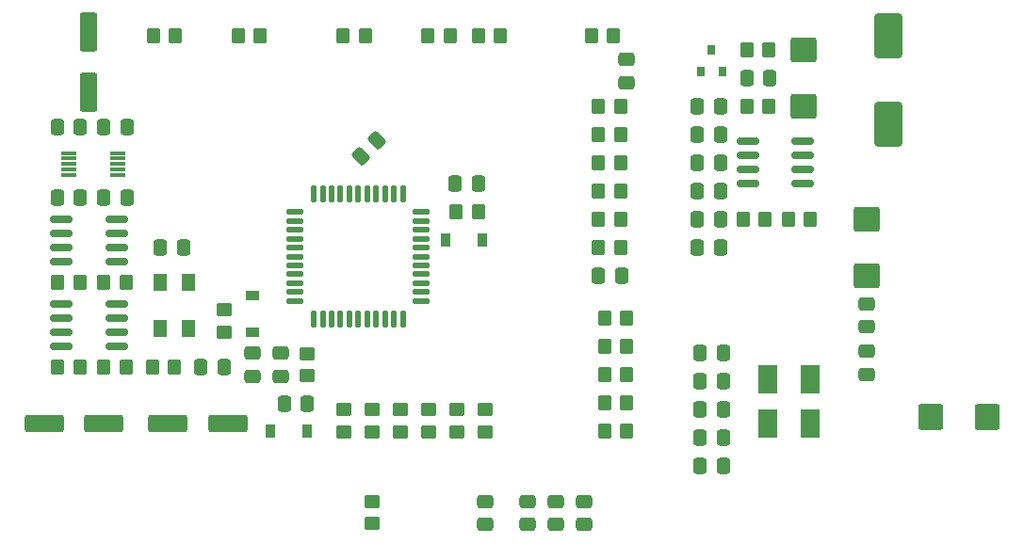
<source format=gtp>
%TF.GenerationSoftware,KiCad,Pcbnew,(6.0.8)*%
%TF.CreationDate,2023-01-11T18:12:54+05:00*%
%TF.ProjectId,SyntPIC,53796e74-5049-4432-9e6b-696361645f70,rev?*%
%TF.SameCoordinates,Original*%
%TF.FileFunction,Paste,Top*%
%TF.FilePolarity,Positive*%
%FSLAX46Y46*%
G04 Gerber Fmt 4.6, Leading zero omitted, Abs format (unit mm)*
G04 Created by KiCad (PCBNEW (6.0.8)) date 2023-01-11 18:12:54*
%MOMM*%
%LPD*%
G01*
G04 APERTURE LIST*
G04 Aperture macros list*
%AMRoundRect*
0 Rectangle with rounded corners*
0 $1 Rounding radius*
0 $2 $3 $4 $5 $6 $7 $8 $9 X,Y pos of 4 corners*
0 Add a 4 corners polygon primitive as box body*
4,1,4,$2,$3,$4,$5,$6,$7,$8,$9,$2,$3,0*
0 Add four circle primitives for the rounded corners*
1,1,$1+$1,$2,$3*
1,1,$1+$1,$4,$5*
1,1,$1+$1,$6,$7*
1,1,$1+$1,$8,$9*
0 Add four rect primitives between the rounded corners*
20,1,$1+$1,$2,$3,$4,$5,0*
20,1,$1+$1,$4,$5,$6,$7,0*
20,1,$1+$1,$6,$7,$8,$9,0*
20,1,$1+$1,$8,$9,$2,$3,0*%
G04 Aperture macros list end*
%ADD10RoundRect,0.250000X0.350000X0.450000X-0.350000X0.450000X-0.350000X-0.450000X0.350000X-0.450000X0*%
%ADD11R,1.800000X2.500000*%
%ADD12RoundRect,0.250000X-0.337500X-0.475000X0.337500X-0.475000X0.337500X0.475000X-0.337500X0.475000X0*%
%ADD13RoundRect,0.250000X-0.350000X-0.450000X0.350000X-0.450000X0.350000X0.450000X-0.350000X0.450000X0*%
%ADD14RoundRect,0.250000X0.925000X-0.875000X0.925000X0.875000X-0.925000X0.875000X-0.925000X-0.875000X0*%
%ADD15R,1.200000X0.900000*%
%ADD16RoundRect,0.250000X0.475000X-0.337500X0.475000X0.337500X-0.475000X0.337500X-0.475000X-0.337500X0*%
%ADD17RoundRect,0.250000X0.450000X-0.350000X0.450000X0.350000X-0.450000X0.350000X-0.450000X-0.350000X0*%
%ADD18RoundRect,0.250000X-0.450000X0.350000X-0.450000X-0.350000X0.450000X-0.350000X0.450000X0.350000X0*%
%ADD19RoundRect,0.250000X-0.475000X0.337500X-0.475000X-0.337500X0.475000X-0.337500X0.475000X0.337500X0*%
%ADD20RoundRect,0.250000X-0.875000X-0.925000X0.875000X-0.925000X0.875000X0.925000X-0.875000X0.925000X0*%
%ADD21R,0.900000X1.200000*%
%ADD22RoundRect,0.250000X0.337500X0.475000X-0.337500X0.475000X-0.337500X-0.475000X0.337500X-0.475000X0*%
%ADD23R,1.400000X0.300000*%
%ADD24RoundRect,0.250000X1.500000X0.550000X-1.500000X0.550000X-1.500000X-0.550000X1.500000X-0.550000X0*%
%ADD25RoundRect,0.250000X0.097227X-0.574524X0.574524X-0.097227X-0.097227X0.574524X-0.574524X0.097227X0*%
%ADD26RoundRect,0.250000X-1.500000X-0.550000X1.500000X-0.550000X1.500000X0.550000X-1.500000X0.550000X0*%
%ADD27RoundRect,0.150000X-0.825000X-0.150000X0.825000X-0.150000X0.825000X0.150000X-0.825000X0.150000X0*%
%ADD28RoundRect,0.137500X-0.137500X0.600000X-0.137500X-0.600000X0.137500X-0.600000X0.137500X0.600000X0*%
%ADD29RoundRect,0.137500X-0.600000X0.137500X-0.600000X-0.137500X0.600000X-0.137500X0.600000X0.137500X0*%
%ADD30RoundRect,0.250000X0.550000X-1.500000X0.550000X1.500000X-0.550000X1.500000X-0.550000X-1.500000X0*%
%ADD31R,0.800000X0.900000*%
%ADD32RoundRect,0.250000X1.000000X-1.750000X1.000000X1.750000X-1.000000X1.750000X-1.000000X-1.750000X0*%
%ADD33RoundRect,0.150000X0.825000X0.150000X-0.825000X0.150000X-0.825000X-0.150000X0.825000X-0.150000X0*%
%ADD34R,1.300000X1.600000*%
G04 APERTURE END LIST*
D10*
%TO.C,R17*%
X230581000Y-122325000D03*
X228581000Y-122325000D03*
%TD*%
D11*
%TO.C,D3*%
X247091000Y-127850000D03*
X247091000Y-131850000D03*
%TD*%
D10*
%TO.C,R16*%
X230041000Y-105815000D03*
X228041000Y-105815000D03*
%TD*%
D12*
%TO.C,C34*%
X237163500Y-133120000D03*
X239238500Y-133120000D03*
%TD*%
D10*
%TO.C,R35*%
X230581000Y-132485000D03*
X228581000Y-132485000D03*
%TD*%
%TO.C,R3*%
X247091000Y-113435000D03*
X245091000Y-113435000D03*
%TD*%
D13*
%TO.C,R13*%
X205086000Y-96925000D03*
X207086000Y-96925000D03*
%TD*%
D10*
%TO.C,R19*%
X230581000Y-124865000D03*
X228581000Y-124865000D03*
%TD*%
D12*
%TO.C,C37*%
X237163500Y-135660000D03*
X239238500Y-135660000D03*
%TD*%
D13*
%TO.C,R10*%
X217246000Y-96925000D03*
X219246000Y-96925000D03*
%TD*%
D14*
%TO.C,C9*%
X252171000Y-118515000D03*
X252171000Y-113415000D03*
%TD*%
D15*
%TO.C,D4*%
X196926000Y-120295000D03*
X196926000Y-123595000D03*
%TD*%
D16*
%TO.C,C14*%
X230581000Y-101159000D03*
X230581000Y-99084000D03*
%TD*%
D12*
%TO.C,C1*%
X241376000Y-100735000D03*
X243451000Y-100735000D03*
%TD*%
D17*
%TO.C,R32*%
X207721000Y-132580000D03*
X207721000Y-130580000D03*
%TD*%
D10*
%TO.C,R15*%
X230041000Y-103275000D03*
X228041000Y-103275000D03*
%TD*%
D18*
%TO.C,R21*%
X215341000Y-130580000D03*
X215341000Y-132580000D03*
%TD*%
D17*
%TO.C,R31*%
X210261000Y-132580000D03*
X210261000Y-130580000D03*
%TD*%
D18*
%TO.C,R27*%
X194386000Y-121595000D03*
X194386000Y-123595000D03*
%TD*%
D10*
%TO.C,R29*%
X230041000Y-115975000D03*
X228041000Y-115975000D03*
%TD*%
%TO.C,R24*%
X230041000Y-113435000D03*
X228041000Y-113435000D03*
%TD*%
%TO.C,R9*%
X189941000Y-126770000D03*
X187941000Y-126770000D03*
%TD*%
D16*
%TO.C,C2*%
X199466000Y-127575000D03*
X199466000Y-125500000D03*
%TD*%
D19*
%TO.C,C17*%
X217881000Y-138835000D03*
X217881000Y-140910000D03*
%TD*%
D12*
%TO.C,C24*%
X236931000Y-108355000D03*
X239006000Y-108355000D03*
%TD*%
D20*
%TO.C,C5*%
X257886000Y-131215000D03*
X262986000Y-131215000D03*
%TD*%
D16*
%TO.C,C3*%
X252171000Y-127405000D03*
X252171000Y-125330000D03*
%TD*%
D21*
%TO.C,D6*%
X217626000Y-115340000D03*
X214326000Y-115340000D03*
%TD*%
D10*
%TO.C,R23*%
X230581000Y-127405000D03*
X228581000Y-127405000D03*
%TD*%
%TO.C,R26*%
X217246000Y-112800000D03*
X215246000Y-112800000D03*
%TD*%
D11*
%TO.C,D2*%
X243281000Y-127850000D03*
X243281000Y-131850000D03*
%TD*%
D22*
%TO.C,C31*%
X201879000Y-130072000D03*
X199804000Y-130072000D03*
%TD*%
D12*
%TO.C,C11*%
X183591000Y-111530000D03*
X185666000Y-111530000D03*
%TD*%
D13*
%TO.C,R2*%
X241376000Y-98195000D03*
X243376000Y-98195000D03*
%TD*%
D14*
%TO.C,C6*%
X246456000Y-103295000D03*
X246456000Y-98195000D03*
%TD*%
D19*
%TO.C,C28*%
X221691000Y-138835000D03*
X221691000Y-140910000D03*
%TD*%
D23*
%TO.C,U6*%
X184816000Y-109490000D03*
X184816000Y-108990000D03*
X184816000Y-108490000D03*
X184816000Y-107990000D03*
X184816000Y-107490000D03*
X180416000Y-107490000D03*
X180416000Y-107990000D03*
X180416000Y-108490000D03*
X180416000Y-108990000D03*
X180416000Y-109490000D03*
%TD*%
D24*
%TO.C,C7*%
X183591000Y-131850000D03*
X178191000Y-131850000D03*
%TD*%
D18*
%TO.C,R34*%
X207721000Y-138835000D03*
X207721000Y-140835000D03*
%TD*%
D19*
%TO.C,C33*%
X224231000Y-138835000D03*
X224231000Y-140910000D03*
%TD*%
%TO.C,C13*%
X252171000Y-121055000D03*
X252171000Y-123130000D03*
%TD*%
D10*
%TO.C,R7*%
X185591000Y-119150000D03*
X183591000Y-119150000D03*
%TD*%
D19*
%TO.C,C36*%
X226771000Y-138835000D03*
X226771000Y-140910000D03*
%TD*%
D17*
%TO.C,R30*%
X212801000Y-132580000D03*
X212801000Y-130580000D03*
%TD*%
D25*
%TO.C,C10*%
X206634754Y-107790246D03*
X208102000Y-106323000D03*
%TD*%
D19*
%TO.C,C27*%
X196926000Y-125500000D03*
X196926000Y-127575000D03*
%TD*%
D13*
%TO.C,R36*%
X227406000Y-96925000D03*
X229406000Y-96925000D03*
%TD*%
D10*
%TO.C,R28*%
X230581000Y-129945000D03*
X228581000Y-129945000D03*
%TD*%
D26*
%TO.C,C20*%
X189306000Y-131850000D03*
X194706000Y-131850000D03*
%TD*%
D12*
%TO.C,C21*%
X236931000Y-103275000D03*
X239006000Y-103275000D03*
%TD*%
D22*
%TO.C,C32*%
X217246000Y-110260000D03*
X215171000Y-110260000D03*
%TD*%
D10*
%TO.C,R8*%
X181416000Y-119150000D03*
X179416000Y-119150000D03*
%TD*%
D27*
%TO.C,U3*%
X179781000Y-113435000D03*
X179781000Y-114705000D03*
X179781000Y-115975000D03*
X179781000Y-117245000D03*
X184731000Y-117245000D03*
X184731000Y-115975000D03*
X184731000Y-114705000D03*
X184731000Y-113435000D03*
%TD*%
D12*
%TO.C,C29*%
X237163500Y-130580000D03*
X239238500Y-130580000D03*
%TD*%
D10*
%TO.C,R5*%
X185591000Y-126770000D03*
X183591000Y-126770000D03*
%TD*%
%TO.C,R18*%
X230041000Y-108355000D03*
X228041000Y-108355000D03*
%TD*%
D12*
%TO.C,C22*%
X236931000Y-105815000D03*
X239006000Y-105815000D03*
%TD*%
%TO.C,C25*%
X237163500Y-128040000D03*
X239238500Y-128040000D03*
%TD*%
D28*
%TO.C,DD1*%
X210451000Y-111137500D03*
X209651000Y-111137500D03*
X208851000Y-111137500D03*
X208051000Y-111137500D03*
X207251000Y-111137500D03*
X206451000Y-111137500D03*
X205651000Y-111137500D03*
X204851000Y-111137500D03*
X204051000Y-111137500D03*
X203251000Y-111137500D03*
X202451000Y-111137500D03*
D29*
X200788500Y-112800000D03*
X200788500Y-113600000D03*
X200788500Y-114400000D03*
X200788500Y-115200000D03*
X200788500Y-116000000D03*
X200788500Y-116800000D03*
X200788500Y-117600000D03*
X200788500Y-118400000D03*
X200788500Y-119200000D03*
X200788500Y-120000000D03*
X200788500Y-120800000D03*
D28*
X202451000Y-122462500D03*
X203251000Y-122462500D03*
X204051000Y-122462500D03*
X204851000Y-122462500D03*
X205651000Y-122462500D03*
X206451000Y-122462500D03*
X207251000Y-122462500D03*
X208051000Y-122462500D03*
X208851000Y-122462500D03*
X209651000Y-122462500D03*
X210451000Y-122462500D03*
D29*
X212113500Y-120800000D03*
X212113500Y-120000000D03*
X212113500Y-119200000D03*
X212113500Y-118400000D03*
X212113500Y-117600000D03*
X212113500Y-116800000D03*
X212113500Y-116000000D03*
X212113500Y-115200000D03*
X212113500Y-114400000D03*
X212113500Y-113600000D03*
X212113500Y-112800000D03*
%TD*%
D22*
%TO.C,C12*%
X181453500Y-111530000D03*
X179378500Y-111530000D03*
%TD*%
%TO.C,C16*%
X181453500Y-105180000D03*
X179378500Y-105180000D03*
%TD*%
D30*
%TO.C,C8*%
X182194000Y-102005000D03*
X182194000Y-96605000D03*
%TD*%
D18*
%TO.C,R22*%
X217881000Y-130580000D03*
X217881000Y-132580000D03*
%TD*%
D12*
%TO.C,C30*%
X236931000Y-113435000D03*
X239006000Y-113435000D03*
%TD*%
%TO.C,C18*%
X192311000Y-126770000D03*
X194386000Y-126770000D03*
%TD*%
D31*
%TO.C,D1*%
X239151000Y-100195000D03*
X238201000Y-98195000D03*
X237251000Y-100195000D03*
%TD*%
D10*
%TO.C,R1*%
X243376000Y-103275000D03*
X241376000Y-103275000D03*
%TD*%
D32*
%TO.C,C4*%
X254076000Y-104925000D03*
X254076000Y-96925000D03*
%TD*%
D13*
%TO.C,R12*%
X188036000Y-96925000D03*
X190036000Y-96925000D03*
%TD*%
D17*
%TO.C,R25*%
X201879000Y-127532000D03*
X201879000Y-125532000D03*
%TD*%
D12*
%TO.C,C35*%
X236931000Y-115975000D03*
X239006000Y-115975000D03*
%TD*%
D27*
%TO.C,U2*%
X179781000Y-121055000D03*
X179781000Y-122325000D03*
X179781000Y-123595000D03*
X179781000Y-124865000D03*
X184731000Y-124865000D03*
X184731000Y-123595000D03*
X184731000Y-122325000D03*
X184731000Y-121055000D03*
%TD*%
D21*
%TO.C,D5*%
X198577000Y-132485000D03*
X201877000Y-132485000D03*
%TD*%
D10*
%TO.C,R4*%
X243011000Y-113435000D03*
X241011000Y-113435000D03*
%TD*%
D13*
%TO.C,R14*%
X195656000Y-96925000D03*
X197656000Y-96925000D03*
%TD*%
D12*
%TO.C,C23*%
X237163500Y-125500000D03*
X239238500Y-125500000D03*
%TD*%
D13*
%TO.C,R11*%
X212706000Y-96925000D03*
X214706000Y-96925000D03*
%TD*%
D33*
%TO.C,U1*%
X246391000Y-110260000D03*
X246391000Y-108990000D03*
X246391000Y-107720000D03*
X246391000Y-106450000D03*
X241441000Y-106450000D03*
X241441000Y-107720000D03*
X241441000Y-108990000D03*
X241441000Y-110260000D03*
%TD*%
D10*
%TO.C,R6*%
X181416000Y-126770000D03*
X179416000Y-126770000D03*
%TD*%
D12*
%TO.C,C26*%
X236931000Y-110895000D03*
X239006000Y-110895000D03*
%TD*%
D17*
%TO.C,R33*%
X205181000Y-132580000D03*
X205181000Y-130580000D03*
%TD*%
D10*
%TO.C,R20*%
X230041000Y-110895000D03*
X228041000Y-110895000D03*
%TD*%
D34*
%TO.C,U5*%
X191171000Y-123250000D03*
X191171000Y-119150000D03*
X188671000Y-119150000D03*
X188671000Y-123250000D03*
%TD*%
D12*
%TO.C,C19*%
X188671000Y-115975000D03*
X190746000Y-115975000D03*
%TD*%
D22*
%TO.C,C38*%
X230116000Y-118515000D03*
X228041000Y-118515000D03*
%TD*%
D12*
%TO.C,C15*%
X183591000Y-105180000D03*
X185666000Y-105180000D03*
%TD*%
M02*

</source>
